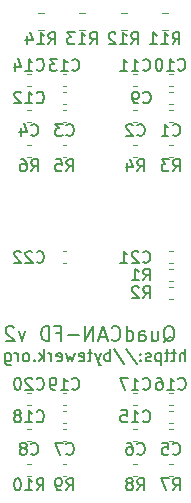
<source format=gbo>
G04 #@! TF.GenerationSoftware,KiCad,Pcbnew,5.0.0-fee4fd1~66~ubuntu18.04.1*
G04 #@! TF.CreationDate,2018-09-10T21:16:37+02:00*
G04 #@! TF.ProjectId,QuadCAN-FD,5175616443414E2D46442E6B69636164,rev?*
G04 #@! TF.SameCoordinates,Original*
G04 #@! TF.FileFunction,Legend,Bot*
G04 #@! TF.FilePolarity,Positive*
%FSLAX46Y46*%
G04 Gerber Fmt 4.6, Leading zero omitted, Abs format (unit mm)*
G04 Created by KiCad (PCBNEW 5.0.0-fee4fd1~66~ubuntu18.04.1) date Mon Sep 10 21:16:37 2018*
%MOMM*%
%LPD*%
G01*
G04 APERTURE LIST*
%ADD10C,0.150000*%
%ADD11C,0.200000*%
%ADD12C,0.120000*%
G04 APERTURE END LIST*
D10*
X97558571Y-59753380D02*
X97558571Y-58753380D01*
X97130000Y-59753380D02*
X97130000Y-59229571D01*
X97177619Y-59134333D01*
X97272857Y-59086714D01*
X97415714Y-59086714D01*
X97510952Y-59134333D01*
X97558571Y-59181952D01*
X96796666Y-59086714D02*
X96415714Y-59086714D01*
X96653809Y-58753380D02*
X96653809Y-59610523D01*
X96606190Y-59705761D01*
X96510952Y-59753380D01*
X96415714Y-59753380D01*
X96225238Y-59086714D02*
X95844285Y-59086714D01*
X96082380Y-58753380D02*
X96082380Y-59610523D01*
X96034761Y-59705761D01*
X95939523Y-59753380D01*
X95844285Y-59753380D01*
X95510952Y-59086714D02*
X95510952Y-60086714D01*
X95510952Y-59134333D02*
X95415714Y-59086714D01*
X95225238Y-59086714D01*
X95130000Y-59134333D01*
X95082380Y-59181952D01*
X95034761Y-59277190D01*
X95034761Y-59562904D01*
X95082380Y-59658142D01*
X95130000Y-59705761D01*
X95225238Y-59753380D01*
X95415714Y-59753380D01*
X95510952Y-59705761D01*
X94653809Y-59705761D02*
X94558571Y-59753380D01*
X94368095Y-59753380D01*
X94272857Y-59705761D01*
X94225238Y-59610523D01*
X94225238Y-59562904D01*
X94272857Y-59467666D01*
X94368095Y-59420047D01*
X94510952Y-59420047D01*
X94606190Y-59372428D01*
X94653809Y-59277190D01*
X94653809Y-59229571D01*
X94606190Y-59134333D01*
X94510952Y-59086714D01*
X94368095Y-59086714D01*
X94272857Y-59134333D01*
X93796666Y-59658142D02*
X93749047Y-59705761D01*
X93796666Y-59753380D01*
X93844285Y-59705761D01*
X93796666Y-59658142D01*
X93796666Y-59753380D01*
X93796666Y-59134333D02*
X93749047Y-59181952D01*
X93796666Y-59229571D01*
X93844285Y-59181952D01*
X93796666Y-59134333D01*
X93796666Y-59229571D01*
X92606190Y-58705761D02*
X93463333Y-59991476D01*
X91558571Y-58705761D02*
X92415714Y-59991476D01*
X91225238Y-59753380D02*
X91225238Y-58753380D01*
X91225238Y-59134333D02*
X91130000Y-59086714D01*
X90939523Y-59086714D01*
X90844285Y-59134333D01*
X90796666Y-59181952D01*
X90749047Y-59277190D01*
X90749047Y-59562904D01*
X90796666Y-59658142D01*
X90844285Y-59705761D01*
X90939523Y-59753380D01*
X91130000Y-59753380D01*
X91225238Y-59705761D01*
X90415714Y-59086714D02*
X90177619Y-59753380D01*
X89939523Y-59086714D02*
X90177619Y-59753380D01*
X90272857Y-59991476D01*
X90320476Y-60039095D01*
X90415714Y-60086714D01*
X89701428Y-59086714D02*
X89320476Y-59086714D01*
X89558571Y-58753380D02*
X89558571Y-59610523D01*
X89510952Y-59705761D01*
X89415714Y-59753380D01*
X89320476Y-59753380D01*
X88606190Y-59705761D02*
X88701428Y-59753380D01*
X88891904Y-59753380D01*
X88987142Y-59705761D01*
X89034761Y-59610523D01*
X89034761Y-59229571D01*
X88987142Y-59134333D01*
X88891904Y-59086714D01*
X88701428Y-59086714D01*
X88606190Y-59134333D01*
X88558571Y-59229571D01*
X88558571Y-59324809D01*
X89034761Y-59420047D01*
X88225238Y-59086714D02*
X88034761Y-59753380D01*
X87844285Y-59277190D01*
X87653809Y-59753380D01*
X87463333Y-59086714D01*
X86701428Y-59705761D02*
X86796666Y-59753380D01*
X86987142Y-59753380D01*
X87082380Y-59705761D01*
X87130000Y-59610523D01*
X87130000Y-59229571D01*
X87082380Y-59134333D01*
X86987142Y-59086714D01*
X86796666Y-59086714D01*
X86701428Y-59134333D01*
X86653809Y-59229571D01*
X86653809Y-59324809D01*
X87130000Y-59420047D01*
X86225238Y-59753380D02*
X86225238Y-59086714D01*
X86225238Y-59277190D02*
X86177619Y-59181952D01*
X86130000Y-59134333D01*
X86034761Y-59086714D01*
X85939523Y-59086714D01*
X85606190Y-59753380D02*
X85606190Y-58753380D01*
X85510952Y-59372428D02*
X85225238Y-59753380D01*
X85225238Y-59086714D02*
X85606190Y-59467666D01*
X84796666Y-59658142D02*
X84749047Y-59705761D01*
X84796666Y-59753380D01*
X84844285Y-59705761D01*
X84796666Y-59658142D01*
X84796666Y-59753380D01*
X84177619Y-59753380D02*
X84272857Y-59705761D01*
X84320476Y-59658142D01*
X84368095Y-59562904D01*
X84368095Y-59277190D01*
X84320476Y-59181952D01*
X84272857Y-59134333D01*
X84177619Y-59086714D01*
X84034761Y-59086714D01*
X83939523Y-59134333D01*
X83891904Y-59181952D01*
X83844285Y-59277190D01*
X83844285Y-59562904D01*
X83891904Y-59658142D01*
X83939523Y-59705761D01*
X84034761Y-59753380D01*
X84177619Y-59753380D01*
X83415714Y-59753380D02*
X83415714Y-59086714D01*
X83415714Y-59277190D02*
X83368095Y-59181952D01*
X83320476Y-59134333D01*
X83225238Y-59086714D01*
X83130000Y-59086714D01*
X82368095Y-59086714D02*
X82368095Y-59896238D01*
X82415714Y-59991476D01*
X82463333Y-60039095D01*
X82558571Y-60086714D01*
X82701428Y-60086714D01*
X82796666Y-60039095D01*
X82368095Y-59705761D02*
X82463333Y-59753380D01*
X82653809Y-59753380D01*
X82749047Y-59705761D01*
X82796666Y-59658142D01*
X82844285Y-59562904D01*
X82844285Y-59277190D01*
X82796666Y-59181952D01*
X82749047Y-59134333D01*
X82653809Y-59086714D01*
X82463333Y-59086714D01*
X82368095Y-59134333D01*
D11*
X95762500Y-58122142D02*
X95876785Y-58065000D01*
X95991071Y-57950714D01*
X96162500Y-57779285D01*
X96276785Y-57722142D01*
X96391071Y-57722142D01*
X96333928Y-58007857D02*
X96448214Y-57950714D01*
X96562500Y-57836428D01*
X96619642Y-57607857D01*
X96619642Y-57207857D01*
X96562500Y-56979285D01*
X96448214Y-56865000D01*
X96333928Y-56807857D01*
X96105357Y-56807857D01*
X95991071Y-56865000D01*
X95876785Y-56979285D01*
X95819642Y-57207857D01*
X95819642Y-57607857D01*
X95876785Y-57836428D01*
X95991071Y-57950714D01*
X96105357Y-58007857D01*
X96333928Y-58007857D01*
X94791071Y-57207857D02*
X94791071Y-58007857D01*
X95305357Y-57207857D02*
X95305357Y-57836428D01*
X95248214Y-57950714D01*
X95133928Y-58007857D01*
X94962500Y-58007857D01*
X94848214Y-57950714D01*
X94791071Y-57893571D01*
X93705357Y-58007857D02*
X93705357Y-57379285D01*
X93762500Y-57265000D01*
X93876785Y-57207857D01*
X94105357Y-57207857D01*
X94219642Y-57265000D01*
X93705357Y-57950714D02*
X93819642Y-58007857D01*
X94105357Y-58007857D01*
X94219642Y-57950714D01*
X94276785Y-57836428D01*
X94276785Y-57722142D01*
X94219642Y-57607857D01*
X94105357Y-57550714D01*
X93819642Y-57550714D01*
X93705357Y-57493571D01*
X92619642Y-58007857D02*
X92619642Y-56807857D01*
X92619642Y-57950714D02*
X92733928Y-58007857D01*
X92962500Y-58007857D01*
X93076785Y-57950714D01*
X93133928Y-57893571D01*
X93191071Y-57779285D01*
X93191071Y-57436428D01*
X93133928Y-57322142D01*
X93076785Y-57265000D01*
X92962500Y-57207857D01*
X92733928Y-57207857D01*
X92619642Y-57265000D01*
X91362500Y-57893571D02*
X91419642Y-57950714D01*
X91591071Y-58007857D01*
X91705357Y-58007857D01*
X91876785Y-57950714D01*
X91991071Y-57836428D01*
X92048214Y-57722142D01*
X92105357Y-57493571D01*
X92105357Y-57322142D01*
X92048214Y-57093571D01*
X91991071Y-56979285D01*
X91876785Y-56865000D01*
X91705357Y-56807857D01*
X91591071Y-56807857D01*
X91419642Y-56865000D01*
X91362500Y-56922142D01*
X90905357Y-57665000D02*
X90333928Y-57665000D01*
X91019642Y-58007857D02*
X90619642Y-56807857D01*
X90219642Y-58007857D01*
X89819642Y-58007857D02*
X89819642Y-56807857D01*
X89133928Y-58007857D01*
X89133928Y-56807857D01*
X88562500Y-57550714D02*
X87648214Y-57550714D01*
X86676785Y-57379285D02*
X87076785Y-57379285D01*
X87076785Y-58007857D02*
X87076785Y-56807857D01*
X86505357Y-56807857D01*
X86048214Y-58007857D02*
X86048214Y-56807857D01*
X85762500Y-56807857D01*
X85591071Y-56865000D01*
X85476785Y-56979285D01*
X85419642Y-57093571D01*
X85362500Y-57322142D01*
X85362500Y-57493571D01*
X85419642Y-57722142D01*
X85476785Y-57836428D01*
X85591071Y-57950714D01*
X85762500Y-58007857D01*
X86048214Y-58007857D01*
X84048214Y-57207857D02*
X83762500Y-58007857D01*
X83476785Y-57207857D01*
X83076785Y-56922142D02*
X83019642Y-56865000D01*
X82905357Y-56807857D01*
X82619642Y-56807857D01*
X82505357Y-56865000D01*
X82448214Y-56922142D01*
X82391071Y-57036428D01*
X82391071Y-57150714D01*
X82448214Y-57322142D01*
X83133928Y-58007857D01*
X82391071Y-58007857D01*
D12*
G04 #@! TO.C,C22*
X87530279Y-50455000D02*
X87204721Y-50455000D01*
X87530279Y-51475000D02*
X87204721Y-51475000D01*
G04 #@! TO.C,R12*
X92108922Y-30255000D02*
X92626078Y-30255000D01*
X92108922Y-31675000D02*
X92626078Y-31675000D01*
G04 #@! TO.C,R13*
X89126078Y-30255000D02*
X88608922Y-30255000D01*
X89126078Y-31675000D02*
X88608922Y-31675000D01*
G04 #@! TO.C,R11*
X95608922Y-30255000D02*
X96126078Y-30255000D01*
X95608922Y-31675000D02*
X96126078Y-31675000D01*
G04 #@! TO.C,R14*
X85626078Y-30255000D02*
X85108922Y-30255000D01*
X85626078Y-31675000D02*
X85108922Y-31675000D01*
G04 #@! TO.C,R5*
X87204721Y-41455000D02*
X87530279Y-41455000D01*
X87204721Y-42475000D02*
X87530279Y-42475000D01*
G04 #@! TO.C,R6*
X84530279Y-41455000D02*
X84204721Y-41455000D01*
X84530279Y-42475000D02*
X84204721Y-42475000D01*
G04 #@! TO.C,R7*
X96204721Y-68455000D02*
X96530279Y-68455000D01*
X96204721Y-69475000D02*
X96530279Y-69475000D01*
G04 #@! TO.C,R8*
X93530279Y-68455000D02*
X93204721Y-68455000D01*
X93530279Y-69475000D02*
X93204721Y-69475000D01*
G04 #@! TO.C,R9*
X87204721Y-68455000D02*
X87530279Y-68455000D01*
X87204721Y-69475000D02*
X87530279Y-69475000D01*
G04 #@! TO.C,R10*
X84530279Y-68455000D02*
X84204721Y-68455000D01*
X84530279Y-69475000D02*
X84204721Y-69475000D01*
G04 #@! TO.C,R4*
X93530279Y-41455000D02*
X93204721Y-41455000D01*
X93530279Y-42475000D02*
X93204721Y-42475000D01*
G04 #@! TO.C,R3*
X96204721Y-41455000D02*
X96530279Y-41455000D01*
X96204721Y-42475000D02*
X96530279Y-42475000D01*
G04 #@! TO.C,R2*
X96204721Y-54475000D02*
X96530279Y-54475000D01*
X96204721Y-53455000D02*
X96530279Y-53455000D01*
G04 #@! TO.C,R1*
X96204721Y-51955000D02*
X96530279Y-51955000D01*
X96204721Y-52975000D02*
X96530279Y-52975000D01*
G04 #@! TO.C,C1*
X96530279Y-39475000D02*
X96204721Y-39475000D01*
X96530279Y-38455000D02*
X96204721Y-38455000D01*
G04 #@! TO.C,C2*
X93204721Y-38455000D02*
X93530279Y-38455000D01*
X93204721Y-39475000D02*
X93530279Y-39475000D01*
G04 #@! TO.C,C3*
X87530279Y-39475000D02*
X87204721Y-39475000D01*
X87530279Y-38455000D02*
X87204721Y-38455000D01*
G04 #@! TO.C,C4*
X84204721Y-39475000D02*
X84530279Y-39475000D01*
X84204721Y-38455000D02*
X84530279Y-38455000D01*
G04 #@! TO.C,C5*
X96530279Y-66475000D02*
X96204721Y-66475000D01*
X96530279Y-65455000D02*
X96204721Y-65455000D01*
G04 #@! TO.C,C6*
X93204721Y-65455000D02*
X93530279Y-65455000D01*
X93204721Y-66475000D02*
X93530279Y-66475000D01*
G04 #@! TO.C,C7*
X87530279Y-65455000D02*
X87204721Y-65455000D01*
X87530279Y-66475000D02*
X87204721Y-66475000D01*
G04 #@! TO.C,C8*
X84204721Y-66475000D02*
X84530279Y-66475000D01*
X84204721Y-65455000D02*
X84530279Y-65455000D01*
G04 #@! TO.C,C9*
X96530279Y-36955000D02*
X96204721Y-36955000D01*
X96530279Y-37975000D02*
X96204721Y-37975000D01*
G04 #@! TO.C,C10*
X96530279Y-36475000D02*
X96204721Y-36475000D01*
X96530279Y-35455000D02*
X96204721Y-35455000D01*
G04 #@! TO.C,C11*
X93204721Y-36475000D02*
X93530279Y-36475000D01*
X93204721Y-35455000D02*
X93530279Y-35455000D01*
G04 #@! TO.C,C12*
X87530279Y-36955000D02*
X87204721Y-36955000D01*
X87530279Y-37975000D02*
X87204721Y-37975000D01*
G04 #@! TO.C,C13*
X87530279Y-35455000D02*
X87204721Y-35455000D01*
X87530279Y-36475000D02*
X87204721Y-36475000D01*
G04 #@! TO.C,C14*
X84204721Y-35455000D02*
X84530279Y-35455000D01*
X84204721Y-36475000D02*
X84530279Y-36475000D01*
G04 #@! TO.C,C15*
X96530279Y-64975000D02*
X96204721Y-64975000D01*
X96530279Y-63955000D02*
X96204721Y-63955000D01*
G04 #@! TO.C,C16*
X96530279Y-63475000D02*
X96204721Y-63475000D01*
X96530279Y-62455000D02*
X96204721Y-62455000D01*
G04 #@! TO.C,C17*
X93204721Y-62455000D02*
X93530279Y-62455000D01*
X93204721Y-63475000D02*
X93530279Y-63475000D01*
G04 #@! TO.C,C18*
X87530279Y-63955000D02*
X87204721Y-63955000D01*
X87530279Y-64975000D02*
X87204721Y-64975000D01*
G04 #@! TO.C,C19*
X87530279Y-62455000D02*
X87204721Y-62455000D01*
X87530279Y-63475000D02*
X87204721Y-63475000D01*
G04 #@! TO.C,C20*
X84204721Y-63475000D02*
X84530279Y-63475000D01*
X84204721Y-62455000D02*
X84530279Y-62455000D01*
G04 #@! TO.C,C21*
X96530279Y-50455000D02*
X96204721Y-50455000D01*
X96530279Y-51475000D02*
X96204721Y-51475000D01*
G04 #@! TO.C,C22*
D10*
X85010357Y-51322142D02*
X85057976Y-51369761D01*
X85200833Y-51417380D01*
X85296071Y-51417380D01*
X85438928Y-51369761D01*
X85534166Y-51274523D01*
X85581785Y-51179285D01*
X85629404Y-50988809D01*
X85629404Y-50845952D01*
X85581785Y-50655476D01*
X85534166Y-50560238D01*
X85438928Y-50465000D01*
X85296071Y-50417380D01*
X85200833Y-50417380D01*
X85057976Y-50465000D01*
X85010357Y-50512619D01*
X84629404Y-50512619D02*
X84581785Y-50465000D01*
X84486547Y-50417380D01*
X84248452Y-50417380D01*
X84153214Y-50465000D01*
X84105595Y-50512619D01*
X84057976Y-50607857D01*
X84057976Y-50703095D01*
X84105595Y-50845952D01*
X84677023Y-51417380D01*
X84057976Y-51417380D01*
X83677023Y-50512619D02*
X83629404Y-50465000D01*
X83534166Y-50417380D01*
X83296071Y-50417380D01*
X83200833Y-50465000D01*
X83153214Y-50512619D01*
X83105595Y-50607857D01*
X83105595Y-50703095D01*
X83153214Y-50845952D01*
X83724642Y-51417380D01*
X83105595Y-51417380D01*
G04 #@! TO.C,R12*
X93010357Y-32917380D02*
X93343690Y-32441190D01*
X93581785Y-32917380D02*
X93581785Y-31917380D01*
X93200833Y-31917380D01*
X93105595Y-31965000D01*
X93057976Y-32012619D01*
X93010357Y-32107857D01*
X93010357Y-32250714D01*
X93057976Y-32345952D01*
X93105595Y-32393571D01*
X93200833Y-32441190D01*
X93581785Y-32441190D01*
X92057976Y-32917380D02*
X92629404Y-32917380D01*
X92343690Y-32917380D02*
X92343690Y-31917380D01*
X92438928Y-32060238D01*
X92534166Y-32155476D01*
X92629404Y-32203095D01*
X91677023Y-32012619D02*
X91629404Y-31965000D01*
X91534166Y-31917380D01*
X91296071Y-31917380D01*
X91200833Y-31965000D01*
X91153214Y-32012619D01*
X91105595Y-32107857D01*
X91105595Y-32203095D01*
X91153214Y-32345952D01*
X91724642Y-32917380D01*
X91105595Y-32917380D01*
G04 #@! TO.C,R13*
X89510357Y-32917380D02*
X89843690Y-32441190D01*
X90081785Y-32917380D02*
X90081785Y-31917380D01*
X89700833Y-31917380D01*
X89605595Y-31965000D01*
X89557976Y-32012619D01*
X89510357Y-32107857D01*
X89510357Y-32250714D01*
X89557976Y-32345952D01*
X89605595Y-32393571D01*
X89700833Y-32441190D01*
X90081785Y-32441190D01*
X88557976Y-32917380D02*
X89129404Y-32917380D01*
X88843690Y-32917380D02*
X88843690Y-31917380D01*
X88938928Y-32060238D01*
X89034166Y-32155476D01*
X89129404Y-32203095D01*
X88224642Y-31917380D02*
X87605595Y-31917380D01*
X87938928Y-32298333D01*
X87796071Y-32298333D01*
X87700833Y-32345952D01*
X87653214Y-32393571D01*
X87605595Y-32488809D01*
X87605595Y-32726904D01*
X87653214Y-32822142D01*
X87700833Y-32869761D01*
X87796071Y-32917380D01*
X88081785Y-32917380D01*
X88177023Y-32869761D01*
X88224642Y-32822142D01*
G04 #@! TO.C,R11*
X96510357Y-32917380D02*
X96843690Y-32441190D01*
X97081785Y-32917380D02*
X97081785Y-31917380D01*
X96700833Y-31917380D01*
X96605595Y-31965000D01*
X96557976Y-32012619D01*
X96510357Y-32107857D01*
X96510357Y-32250714D01*
X96557976Y-32345952D01*
X96605595Y-32393571D01*
X96700833Y-32441190D01*
X97081785Y-32441190D01*
X95557976Y-32917380D02*
X96129404Y-32917380D01*
X95843690Y-32917380D02*
X95843690Y-31917380D01*
X95938928Y-32060238D01*
X96034166Y-32155476D01*
X96129404Y-32203095D01*
X94605595Y-32917380D02*
X95177023Y-32917380D01*
X94891309Y-32917380D02*
X94891309Y-31917380D01*
X94986547Y-32060238D01*
X95081785Y-32155476D01*
X95177023Y-32203095D01*
G04 #@! TO.C,R14*
X86010357Y-32917380D02*
X86343690Y-32441190D01*
X86581785Y-32917380D02*
X86581785Y-31917380D01*
X86200833Y-31917380D01*
X86105595Y-31965000D01*
X86057976Y-32012619D01*
X86010357Y-32107857D01*
X86010357Y-32250714D01*
X86057976Y-32345952D01*
X86105595Y-32393571D01*
X86200833Y-32441190D01*
X86581785Y-32441190D01*
X85057976Y-32917380D02*
X85629404Y-32917380D01*
X85343690Y-32917380D02*
X85343690Y-31917380D01*
X85438928Y-32060238D01*
X85534166Y-32155476D01*
X85629404Y-32203095D01*
X84200833Y-32250714D02*
X84200833Y-32917380D01*
X84438928Y-31869761D02*
X84677023Y-32584047D01*
X84057976Y-32584047D01*
G04 #@! TO.C,R5*
X87534166Y-43667380D02*
X87867500Y-43191190D01*
X88105595Y-43667380D02*
X88105595Y-42667380D01*
X87724642Y-42667380D01*
X87629404Y-42715000D01*
X87581785Y-42762619D01*
X87534166Y-42857857D01*
X87534166Y-43000714D01*
X87581785Y-43095952D01*
X87629404Y-43143571D01*
X87724642Y-43191190D01*
X88105595Y-43191190D01*
X86629404Y-42667380D02*
X87105595Y-42667380D01*
X87153214Y-43143571D01*
X87105595Y-43095952D01*
X87010357Y-43048333D01*
X86772261Y-43048333D01*
X86677023Y-43095952D01*
X86629404Y-43143571D01*
X86581785Y-43238809D01*
X86581785Y-43476904D01*
X86629404Y-43572142D01*
X86677023Y-43619761D01*
X86772261Y-43667380D01*
X87010357Y-43667380D01*
X87105595Y-43619761D01*
X87153214Y-43572142D01*
G04 #@! TO.C,R6*
X84534166Y-43667380D02*
X84867500Y-43191190D01*
X85105595Y-43667380D02*
X85105595Y-42667380D01*
X84724642Y-42667380D01*
X84629404Y-42715000D01*
X84581785Y-42762619D01*
X84534166Y-42857857D01*
X84534166Y-43000714D01*
X84581785Y-43095952D01*
X84629404Y-43143571D01*
X84724642Y-43191190D01*
X85105595Y-43191190D01*
X83677023Y-42667380D02*
X83867500Y-42667380D01*
X83962738Y-42715000D01*
X84010357Y-42762619D01*
X84105595Y-42905476D01*
X84153214Y-43095952D01*
X84153214Y-43476904D01*
X84105595Y-43572142D01*
X84057976Y-43619761D01*
X83962738Y-43667380D01*
X83772261Y-43667380D01*
X83677023Y-43619761D01*
X83629404Y-43572142D01*
X83581785Y-43476904D01*
X83581785Y-43238809D01*
X83629404Y-43143571D01*
X83677023Y-43095952D01*
X83772261Y-43048333D01*
X83962738Y-43048333D01*
X84057976Y-43095952D01*
X84105595Y-43143571D01*
X84153214Y-43238809D01*
G04 #@! TO.C,R7*
X96534166Y-70667380D02*
X96867500Y-70191190D01*
X97105595Y-70667380D02*
X97105595Y-69667380D01*
X96724642Y-69667380D01*
X96629404Y-69715000D01*
X96581785Y-69762619D01*
X96534166Y-69857857D01*
X96534166Y-70000714D01*
X96581785Y-70095952D01*
X96629404Y-70143571D01*
X96724642Y-70191190D01*
X97105595Y-70191190D01*
X96200833Y-69667380D02*
X95534166Y-69667380D01*
X95962738Y-70667380D01*
G04 #@! TO.C,R8*
X93534166Y-70667380D02*
X93867500Y-70191190D01*
X94105595Y-70667380D02*
X94105595Y-69667380D01*
X93724642Y-69667380D01*
X93629404Y-69715000D01*
X93581785Y-69762619D01*
X93534166Y-69857857D01*
X93534166Y-70000714D01*
X93581785Y-70095952D01*
X93629404Y-70143571D01*
X93724642Y-70191190D01*
X94105595Y-70191190D01*
X92962738Y-70095952D02*
X93057976Y-70048333D01*
X93105595Y-70000714D01*
X93153214Y-69905476D01*
X93153214Y-69857857D01*
X93105595Y-69762619D01*
X93057976Y-69715000D01*
X92962738Y-69667380D01*
X92772261Y-69667380D01*
X92677023Y-69715000D01*
X92629404Y-69762619D01*
X92581785Y-69857857D01*
X92581785Y-69905476D01*
X92629404Y-70000714D01*
X92677023Y-70048333D01*
X92772261Y-70095952D01*
X92962738Y-70095952D01*
X93057976Y-70143571D01*
X93105595Y-70191190D01*
X93153214Y-70286428D01*
X93153214Y-70476904D01*
X93105595Y-70572142D01*
X93057976Y-70619761D01*
X92962738Y-70667380D01*
X92772261Y-70667380D01*
X92677023Y-70619761D01*
X92629404Y-70572142D01*
X92581785Y-70476904D01*
X92581785Y-70286428D01*
X92629404Y-70191190D01*
X92677023Y-70143571D01*
X92772261Y-70095952D01*
G04 #@! TO.C,R9*
X87534166Y-70667380D02*
X87867500Y-70191190D01*
X88105595Y-70667380D02*
X88105595Y-69667380D01*
X87724642Y-69667380D01*
X87629404Y-69715000D01*
X87581785Y-69762619D01*
X87534166Y-69857857D01*
X87534166Y-70000714D01*
X87581785Y-70095952D01*
X87629404Y-70143571D01*
X87724642Y-70191190D01*
X88105595Y-70191190D01*
X87057976Y-70667380D02*
X86867500Y-70667380D01*
X86772261Y-70619761D01*
X86724642Y-70572142D01*
X86629404Y-70429285D01*
X86581785Y-70238809D01*
X86581785Y-69857857D01*
X86629404Y-69762619D01*
X86677023Y-69715000D01*
X86772261Y-69667380D01*
X86962738Y-69667380D01*
X87057976Y-69715000D01*
X87105595Y-69762619D01*
X87153214Y-69857857D01*
X87153214Y-70095952D01*
X87105595Y-70191190D01*
X87057976Y-70238809D01*
X86962738Y-70286428D01*
X86772261Y-70286428D01*
X86677023Y-70238809D01*
X86629404Y-70191190D01*
X86581785Y-70095952D01*
G04 #@! TO.C,R10*
X85010357Y-70667380D02*
X85343690Y-70191190D01*
X85581785Y-70667380D02*
X85581785Y-69667380D01*
X85200833Y-69667380D01*
X85105595Y-69715000D01*
X85057976Y-69762619D01*
X85010357Y-69857857D01*
X85010357Y-70000714D01*
X85057976Y-70095952D01*
X85105595Y-70143571D01*
X85200833Y-70191190D01*
X85581785Y-70191190D01*
X84057976Y-70667380D02*
X84629404Y-70667380D01*
X84343690Y-70667380D02*
X84343690Y-69667380D01*
X84438928Y-69810238D01*
X84534166Y-69905476D01*
X84629404Y-69953095D01*
X83438928Y-69667380D02*
X83343690Y-69667380D01*
X83248452Y-69715000D01*
X83200833Y-69762619D01*
X83153214Y-69857857D01*
X83105595Y-70048333D01*
X83105595Y-70286428D01*
X83153214Y-70476904D01*
X83200833Y-70572142D01*
X83248452Y-70619761D01*
X83343690Y-70667380D01*
X83438928Y-70667380D01*
X83534166Y-70619761D01*
X83581785Y-70572142D01*
X83629404Y-70476904D01*
X83677023Y-70286428D01*
X83677023Y-70048333D01*
X83629404Y-69857857D01*
X83581785Y-69762619D01*
X83534166Y-69715000D01*
X83438928Y-69667380D01*
G04 #@! TO.C,R4*
X93534166Y-43667380D02*
X93867500Y-43191190D01*
X94105595Y-43667380D02*
X94105595Y-42667380D01*
X93724642Y-42667380D01*
X93629404Y-42715000D01*
X93581785Y-42762619D01*
X93534166Y-42857857D01*
X93534166Y-43000714D01*
X93581785Y-43095952D01*
X93629404Y-43143571D01*
X93724642Y-43191190D01*
X94105595Y-43191190D01*
X92677023Y-43000714D02*
X92677023Y-43667380D01*
X92915119Y-42619761D02*
X93153214Y-43334047D01*
X92534166Y-43334047D01*
G04 #@! TO.C,R3*
X96534166Y-43667380D02*
X96867500Y-43191190D01*
X97105595Y-43667380D02*
X97105595Y-42667380D01*
X96724642Y-42667380D01*
X96629404Y-42715000D01*
X96581785Y-42762619D01*
X96534166Y-42857857D01*
X96534166Y-43000714D01*
X96581785Y-43095952D01*
X96629404Y-43143571D01*
X96724642Y-43191190D01*
X97105595Y-43191190D01*
X96200833Y-42667380D02*
X95581785Y-42667380D01*
X95915119Y-43048333D01*
X95772261Y-43048333D01*
X95677023Y-43095952D01*
X95629404Y-43143571D01*
X95581785Y-43238809D01*
X95581785Y-43476904D01*
X95629404Y-43572142D01*
X95677023Y-43619761D01*
X95772261Y-43667380D01*
X96057976Y-43667380D01*
X96153214Y-43619761D01*
X96200833Y-43572142D01*
G04 #@! TO.C,R2*
X94019666Y-54417380D02*
X94353000Y-53941190D01*
X94591095Y-54417380D02*
X94591095Y-53417380D01*
X94210142Y-53417380D01*
X94114904Y-53465000D01*
X94067285Y-53512619D01*
X94019666Y-53607857D01*
X94019666Y-53750714D01*
X94067285Y-53845952D01*
X94114904Y-53893571D01*
X94210142Y-53941190D01*
X94591095Y-53941190D01*
X93638714Y-53512619D02*
X93591095Y-53465000D01*
X93495857Y-53417380D01*
X93257761Y-53417380D01*
X93162523Y-53465000D01*
X93114904Y-53512619D01*
X93067285Y-53607857D01*
X93067285Y-53703095D01*
X93114904Y-53845952D01*
X93686333Y-54417380D01*
X93067285Y-54417380D01*
G04 #@! TO.C,R1*
X94034166Y-52917380D02*
X94367500Y-52441190D01*
X94605595Y-52917380D02*
X94605595Y-51917380D01*
X94224642Y-51917380D01*
X94129404Y-51965000D01*
X94081785Y-52012619D01*
X94034166Y-52107857D01*
X94034166Y-52250714D01*
X94081785Y-52345952D01*
X94129404Y-52393571D01*
X94224642Y-52441190D01*
X94605595Y-52441190D01*
X93081785Y-52917380D02*
X93653214Y-52917380D01*
X93367500Y-52917380D02*
X93367500Y-51917380D01*
X93462738Y-52060238D01*
X93557976Y-52155476D01*
X93653214Y-52203095D01*
G04 #@! TO.C,C1*
X96534166Y-40572142D02*
X96581785Y-40619761D01*
X96724642Y-40667380D01*
X96819880Y-40667380D01*
X96962738Y-40619761D01*
X97057976Y-40524523D01*
X97105595Y-40429285D01*
X97153214Y-40238809D01*
X97153214Y-40095952D01*
X97105595Y-39905476D01*
X97057976Y-39810238D01*
X96962738Y-39715000D01*
X96819880Y-39667380D01*
X96724642Y-39667380D01*
X96581785Y-39715000D01*
X96534166Y-39762619D01*
X95581785Y-40667380D02*
X96153214Y-40667380D01*
X95867500Y-40667380D02*
X95867500Y-39667380D01*
X95962738Y-39810238D01*
X96057976Y-39905476D01*
X96153214Y-39953095D01*
G04 #@! TO.C,C2*
X93534166Y-40572142D02*
X93581785Y-40619761D01*
X93724642Y-40667380D01*
X93819880Y-40667380D01*
X93962738Y-40619761D01*
X94057976Y-40524523D01*
X94105595Y-40429285D01*
X94153214Y-40238809D01*
X94153214Y-40095952D01*
X94105595Y-39905476D01*
X94057976Y-39810238D01*
X93962738Y-39715000D01*
X93819880Y-39667380D01*
X93724642Y-39667380D01*
X93581785Y-39715000D01*
X93534166Y-39762619D01*
X93153214Y-39762619D02*
X93105595Y-39715000D01*
X93010357Y-39667380D01*
X92772261Y-39667380D01*
X92677023Y-39715000D01*
X92629404Y-39762619D01*
X92581785Y-39857857D01*
X92581785Y-39953095D01*
X92629404Y-40095952D01*
X93200833Y-40667380D01*
X92581785Y-40667380D01*
G04 #@! TO.C,C3*
X87534166Y-40572142D02*
X87581785Y-40619761D01*
X87724642Y-40667380D01*
X87819880Y-40667380D01*
X87962738Y-40619761D01*
X88057976Y-40524523D01*
X88105595Y-40429285D01*
X88153214Y-40238809D01*
X88153214Y-40095952D01*
X88105595Y-39905476D01*
X88057976Y-39810238D01*
X87962738Y-39715000D01*
X87819880Y-39667380D01*
X87724642Y-39667380D01*
X87581785Y-39715000D01*
X87534166Y-39762619D01*
X87200833Y-39667380D02*
X86581785Y-39667380D01*
X86915119Y-40048333D01*
X86772261Y-40048333D01*
X86677023Y-40095952D01*
X86629404Y-40143571D01*
X86581785Y-40238809D01*
X86581785Y-40476904D01*
X86629404Y-40572142D01*
X86677023Y-40619761D01*
X86772261Y-40667380D01*
X87057976Y-40667380D01*
X87153214Y-40619761D01*
X87200833Y-40572142D01*
G04 #@! TO.C,C4*
X84534166Y-40572142D02*
X84581785Y-40619761D01*
X84724642Y-40667380D01*
X84819880Y-40667380D01*
X84962738Y-40619761D01*
X85057976Y-40524523D01*
X85105595Y-40429285D01*
X85153214Y-40238809D01*
X85153214Y-40095952D01*
X85105595Y-39905476D01*
X85057976Y-39810238D01*
X84962738Y-39715000D01*
X84819880Y-39667380D01*
X84724642Y-39667380D01*
X84581785Y-39715000D01*
X84534166Y-39762619D01*
X83677023Y-40000714D02*
X83677023Y-40667380D01*
X83915119Y-39619761D02*
X84153214Y-40334047D01*
X83534166Y-40334047D01*
G04 #@! TO.C,C5*
X96534166Y-67572142D02*
X96581785Y-67619761D01*
X96724642Y-67667380D01*
X96819880Y-67667380D01*
X96962738Y-67619761D01*
X97057976Y-67524523D01*
X97105595Y-67429285D01*
X97153214Y-67238809D01*
X97153214Y-67095952D01*
X97105595Y-66905476D01*
X97057976Y-66810238D01*
X96962738Y-66715000D01*
X96819880Y-66667380D01*
X96724642Y-66667380D01*
X96581785Y-66715000D01*
X96534166Y-66762619D01*
X95629404Y-66667380D02*
X96105595Y-66667380D01*
X96153214Y-67143571D01*
X96105595Y-67095952D01*
X96010357Y-67048333D01*
X95772261Y-67048333D01*
X95677023Y-67095952D01*
X95629404Y-67143571D01*
X95581785Y-67238809D01*
X95581785Y-67476904D01*
X95629404Y-67572142D01*
X95677023Y-67619761D01*
X95772261Y-67667380D01*
X96010357Y-67667380D01*
X96105595Y-67619761D01*
X96153214Y-67572142D01*
G04 #@! TO.C,C6*
X93534166Y-67572142D02*
X93581785Y-67619761D01*
X93724642Y-67667380D01*
X93819880Y-67667380D01*
X93962738Y-67619761D01*
X94057976Y-67524523D01*
X94105595Y-67429285D01*
X94153214Y-67238809D01*
X94153214Y-67095952D01*
X94105595Y-66905476D01*
X94057976Y-66810238D01*
X93962738Y-66715000D01*
X93819880Y-66667380D01*
X93724642Y-66667380D01*
X93581785Y-66715000D01*
X93534166Y-66762619D01*
X92677023Y-66667380D02*
X92867500Y-66667380D01*
X92962738Y-66715000D01*
X93010357Y-66762619D01*
X93105595Y-66905476D01*
X93153214Y-67095952D01*
X93153214Y-67476904D01*
X93105595Y-67572142D01*
X93057976Y-67619761D01*
X92962738Y-67667380D01*
X92772261Y-67667380D01*
X92677023Y-67619761D01*
X92629404Y-67572142D01*
X92581785Y-67476904D01*
X92581785Y-67238809D01*
X92629404Y-67143571D01*
X92677023Y-67095952D01*
X92772261Y-67048333D01*
X92962738Y-67048333D01*
X93057976Y-67095952D01*
X93105595Y-67143571D01*
X93153214Y-67238809D01*
G04 #@! TO.C,C7*
X87534166Y-67572142D02*
X87581785Y-67619761D01*
X87724642Y-67667380D01*
X87819880Y-67667380D01*
X87962738Y-67619761D01*
X88057976Y-67524523D01*
X88105595Y-67429285D01*
X88153214Y-67238809D01*
X88153214Y-67095952D01*
X88105595Y-66905476D01*
X88057976Y-66810238D01*
X87962738Y-66715000D01*
X87819880Y-66667380D01*
X87724642Y-66667380D01*
X87581785Y-66715000D01*
X87534166Y-66762619D01*
X87200833Y-66667380D02*
X86534166Y-66667380D01*
X86962738Y-67667380D01*
G04 #@! TO.C,C8*
X84534166Y-67572142D02*
X84581785Y-67619761D01*
X84724642Y-67667380D01*
X84819880Y-67667380D01*
X84962738Y-67619761D01*
X85057976Y-67524523D01*
X85105595Y-67429285D01*
X85153214Y-67238809D01*
X85153214Y-67095952D01*
X85105595Y-66905476D01*
X85057976Y-66810238D01*
X84962738Y-66715000D01*
X84819880Y-66667380D01*
X84724642Y-66667380D01*
X84581785Y-66715000D01*
X84534166Y-66762619D01*
X83962738Y-67095952D02*
X84057976Y-67048333D01*
X84105595Y-67000714D01*
X84153214Y-66905476D01*
X84153214Y-66857857D01*
X84105595Y-66762619D01*
X84057976Y-66715000D01*
X83962738Y-66667380D01*
X83772261Y-66667380D01*
X83677023Y-66715000D01*
X83629404Y-66762619D01*
X83581785Y-66857857D01*
X83581785Y-66905476D01*
X83629404Y-67000714D01*
X83677023Y-67048333D01*
X83772261Y-67095952D01*
X83962738Y-67095952D01*
X84057976Y-67143571D01*
X84105595Y-67191190D01*
X84153214Y-67286428D01*
X84153214Y-67476904D01*
X84105595Y-67572142D01*
X84057976Y-67619761D01*
X83962738Y-67667380D01*
X83772261Y-67667380D01*
X83677023Y-67619761D01*
X83629404Y-67572142D01*
X83581785Y-67476904D01*
X83581785Y-67286428D01*
X83629404Y-67191190D01*
X83677023Y-67143571D01*
X83772261Y-67095952D01*
G04 #@! TO.C,C9*
X94034166Y-37822142D02*
X94081785Y-37869761D01*
X94224642Y-37917380D01*
X94319880Y-37917380D01*
X94462738Y-37869761D01*
X94557976Y-37774523D01*
X94605595Y-37679285D01*
X94653214Y-37488809D01*
X94653214Y-37345952D01*
X94605595Y-37155476D01*
X94557976Y-37060238D01*
X94462738Y-36965000D01*
X94319880Y-36917380D01*
X94224642Y-36917380D01*
X94081785Y-36965000D01*
X94034166Y-37012619D01*
X93557976Y-37917380D02*
X93367500Y-37917380D01*
X93272261Y-37869761D01*
X93224642Y-37822142D01*
X93129404Y-37679285D01*
X93081785Y-37488809D01*
X93081785Y-37107857D01*
X93129404Y-37012619D01*
X93177023Y-36965000D01*
X93272261Y-36917380D01*
X93462738Y-36917380D01*
X93557976Y-36965000D01*
X93605595Y-37012619D01*
X93653214Y-37107857D01*
X93653214Y-37345952D01*
X93605595Y-37441190D01*
X93557976Y-37488809D01*
X93462738Y-37536428D01*
X93272261Y-37536428D01*
X93177023Y-37488809D01*
X93129404Y-37441190D01*
X93081785Y-37345952D01*
G04 #@! TO.C,C10*
X96984857Y-35052142D02*
X97032476Y-35099761D01*
X97175333Y-35147380D01*
X97270571Y-35147380D01*
X97413428Y-35099761D01*
X97508666Y-35004523D01*
X97556285Y-34909285D01*
X97603904Y-34718809D01*
X97603904Y-34575952D01*
X97556285Y-34385476D01*
X97508666Y-34290238D01*
X97413428Y-34195000D01*
X97270571Y-34147380D01*
X97175333Y-34147380D01*
X97032476Y-34195000D01*
X96984857Y-34242619D01*
X96032476Y-35147380D02*
X96603904Y-35147380D01*
X96318190Y-35147380D02*
X96318190Y-34147380D01*
X96413428Y-34290238D01*
X96508666Y-34385476D01*
X96603904Y-34433095D01*
X95413428Y-34147380D02*
X95318190Y-34147380D01*
X95222952Y-34195000D01*
X95175333Y-34242619D01*
X95127714Y-34337857D01*
X95080095Y-34528333D01*
X95080095Y-34766428D01*
X95127714Y-34956904D01*
X95175333Y-35052142D01*
X95222952Y-35099761D01*
X95318190Y-35147380D01*
X95413428Y-35147380D01*
X95508666Y-35099761D01*
X95556285Y-35052142D01*
X95603904Y-34956904D01*
X95651523Y-34766428D01*
X95651523Y-34528333D01*
X95603904Y-34337857D01*
X95556285Y-34242619D01*
X95508666Y-34195000D01*
X95413428Y-34147380D01*
G04 #@! TO.C,C11*
X94010357Y-35072142D02*
X94057976Y-35119761D01*
X94200833Y-35167380D01*
X94296071Y-35167380D01*
X94438928Y-35119761D01*
X94534166Y-35024523D01*
X94581785Y-34929285D01*
X94629404Y-34738809D01*
X94629404Y-34595952D01*
X94581785Y-34405476D01*
X94534166Y-34310238D01*
X94438928Y-34215000D01*
X94296071Y-34167380D01*
X94200833Y-34167380D01*
X94057976Y-34215000D01*
X94010357Y-34262619D01*
X93057976Y-35167380D02*
X93629404Y-35167380D01*
X93343690Y-35167380D02*
X93343690Y-34167380D01*
X93438928Y-34310238D01*
X93534166Y-34405476D01*
X93629404Y-34453095D01*
X92105595Y-35167380D02*
X92677023Y-35167380D01*
X92391309Y-35167380D02*
X92391309Y-34167380D01*
X92486547Y-34310238D01*
X92581785Y-34405476D01*
X92677023Y-34453095D01*
G04 #@! TO.C,C12*
X85010357Y-37822142D02*
X85057976Y-37869761D01*
X85200833Y-37917380D01*
X85296071Y-37917380D01*
X85438928Y-37869761D01*
X85534166Y-37774523D01*
X85581785Y-37679285D01*
X85629404Y-37488809D01*
X85629404Y-37345952D01*
X85581785Y-37155476D01*
X85534166Y-37060238D01*
X85438928Y-36965000D01*
X85296071Y-36917380D01*
X85200833Y-36917380D01*
X85057976Y-36965000D01*
X85010357Y-37012619D01*
X84057976Y-37917380D02*
X84629404Y-37917380D01*
X84343690Y-37917380D02*
X84343690Y-36917380D01*
X84438928Y-37060238D01*
X84534166Y-37155476D01*
X84629404Y-37203095D01*
X83677023Y-37012619D02*
X83629404Y-36965000D01*
X83534166Y-36917380D01*
X83296071Y-36917380D01*
X83200833Y-36965000D01*
X83153214Y-37012619D01*
X83105595Y-37107857D01*
X83105595Y-37203095D01*
X83153214Y-37345952D01*
X83724642Y-37917380D01*
X83105595Y-37917380D01*
G04 #@! TO.C,C13*
X88010357Y-35072142D02*
X88057976Y-35119761D01*
X88200833Y-35167380D01*
X88296071Y-35167380D01*
X88438928Y-35119761D01*
X88534166Y-35024523D01*
X88581785Y-34929285D01*
X88629404Y-34738809D01*
X88629404Y-34595952D01*
X88581785Y-34405476D01*
X88534166Y-34310238D01*
X88438928Y-34215000D01*
X88296071Y-34167380D01*
X88200833Y-34167380D01*
X88057976Y-34215000D01*
X88010357Y-34262619D01*
X87057976Y-35167380D02*
X87629404Y-35167380D01*
X87343690Y-35167380D02*
X87343690Y-34167380D01*
X87438928Y-34310238D01*
X87534166Y-34405476D01*
X87629404Y-34453095D01*
X86724642Y-34167380D02*
X86105595Y-34167380D01*
X86438928Y-34548333D01*
X86296071Y-34548333D01*
X86200833Y-34595952D01*
X86153214Y-34643571D01*
X86105595Y-34738809D01*
X86105595Y-34976904D01*
X86153214Y-35072142D01*
X86200833Y-35119761D01*
X86296071Y-35167380D01*
X86581785Y-35167380D01*
X86677023Y-35119761D01*
X86724642Y-35072142D01*
G04 #@! TO.C,C14*
X85010357Y-35052142D02*
X85057976Y-35099761D01*
X85200833Y-35147380D01*
X85296071Y-35147380D01*
X85438928Y-35099761D01*
X85534166Y-35004523D01*
X85581785Y-34909285D01*
X85629404Y-34718809D01*
X85629404Y-34575952D01*
X85581785Y-34385476D01*
X85534166Y-34290238D01*
X85438928Y-34195000D01*
X85296071Y-34147380D01*
X85200833Y-34147380D01*
X85057976Y-34195000D01*
X85010357Y-34242619D01*
X84057976Y-35147380D02*
X84629404Y-35147380D01*
X84343690Y-35147380D02*
X84343690Y-34147380D01*
X84438928Y-34290238D01*
X84534166Y-34385476D01*
X84629404Y-34433095D01*
X83200833Y-34480714D02*
X83200833Y-35147380D01*
X83438928Y-34099761D02*
X83677023Y-34814047D01*
X83057976Y-34814047D01*
G04 #@! TO.C,C15*
X94010357Y-64822142D02*
X94057976Y-64869761D01*
X94200833Y-64917380D01*
X94296071Y-64917380D01*
X94438928Y-64869761D01*
X94534166Y-64774523D01*
X94581785Y-64679285D01*
X94629404Y-64488809D01*
X94629404Y-64345952D01*
X94581785Y-64155476D01*
X94534166Y-64060238D01*
X94438928Y-63965000D01*
X94296071Y-63917380D01*
X94200833Y-63917380D01*
X94057976Y-63965000D01*
X94010357Y-64012619D01*
X93057976Y-64917380D02*
X93629404Y-64917380D01*
X93343690Y-64917380D02*
X93343690Y-63917380D01*
X93438928Y-64060238D01*
X93534166Y-64155476D01*
X93629404Y-64203095D01*
X92153214Y-63917380D02*
X92629404Y-63917380D01*
X92677023Y-64393571D01*
X92629404Y-64345952D01*
X92534166Y-64298333D01*
X92296071Y-64298333D01*
X92200833Y-64345952D01*
X92153214Y-64393571D01*
X92105595Y-64488809D01*
X92105595Y-64726904D01*
X92153214Y-64822142D01*
X92200833Y-64869761D01*
X92296071Y-64917380D01*
X92534166Y-64917380D01*
X92629404Y-64869761D01*
X92677023Y-64822142D01*
G04 #@! TO.C,C16*
X97010357Y-62072142D02*
X97057976Y-62119761D01*
X97200833Y-62167380D01*
X97296071Y-62167380D01*
X97438928Y-62119761D01*
X97534166Y-62024523D01*
X97581785Y-61929285D01*
X97629404Y-61738809D01*
X97629404Y-61595952D01*
X97581785Y-61405476D01*
X97534166Y-61310238D01*
X97438928Y-61215000D01*
X97296071Y-61167380D01*
X97200833Y-61167380D01*
X97057976Y-61215000D01*
X97010357Y-61262619D01*
X96057976Y-62167380D02*
X96629404Y-62167380D01*
X96343690Y-62167380D02*
X96343690Y-61167380D01*
X96438928Y-61310238D01*
X96534166Y-61405476D01*
X96629404Y-61453095D01*
X95200833Y-61167380D02*
X95391309Y-61167380D01*
X95486547Y-61215000D01*
X95534166Y-61262619D01*
X95629404Y-61405476D01*
X95677023Y-61595952D01*
X95677023Y-61976904D01*
X95629404Y-62072142D01*
X95581785Y-62119761D01*
X95486547Y-62167380D01*
X95296071Y-62167380D01*
X95200833Y-62119761D01*
X95153214Y-62072142D01*
X95105595Y-61976904D01*
X95105595Y-61738809D01*
X95153214Y-61643571D01*
X95200833Y-61595952D01*
X95296071Y-61548333D01*
X95486547Y-61548333D01*
X95581785Y-61595952D01*
X95629404Y-61643571D01*
X95677023Y-61738809D01*
G04 #@! TO.C,C17*
X94010357Y-62072142D02*
X94057976Y-62119761D01*
X94200833Y-62167380D01*
X94296071Y-62167380D01*
X94438928Y-62119761D01*
X94534166Y-62024523D01*
X94581785Y-61929285D01*
X94629404Y-61738809D01*
X94629404Y-61595952D01*
X94581785Y-61405476D01*
X94534166Y-61310238D01*
X94438928Y-61215000D01*
X94296071Y-61167380D01*
X94200833Y-61167380D01*
X94057976Y-61215000D01*
X94010357Y-61262619D01*
X93057976Y-62167380D02*
X93629404Y-62167380D01*
X93343690Y-62167380D02*
X93343690Y-61167380D01*
X93438928Y-61310238D01*
X93534166Y-61405476D01*
X93629404Y-61453095D01*
X92724642Y-61167380D02*
X92057976Y-61167380D01*
X92486547Y-62167380D01*
G04 #@! TO.C,C18*
X85010357Y-64822142D02*
X85057976Y-64869761D01*
X85200833Y-64917380D01*
X85296071Y-64917380D01*
X85438928Y-64869761D01*
X85534166Y-64774523D01*
X85581785Y-64679285D01*
X85629404Y-64488809D01*
X85629404Y-64345952D01*
X85581785Y-64155476D01*
X85534166Y-64060238D01*
X85438928Y-63965000D01*
X85296071Y-63917380D01*
X85200833Y-63917380D01*
X85057976Y-63965000D01*
X85010357Y-64012619D01*
X84057976Y-64917380D02*
X84629404Y-64917380D01*
X84343690Y-64917380D02*
X84343690Y-63917380D01*
X84438928Y-64060238D01*
X84534166Y-64155476D01*
X84629404Y-64203095D01*
X83486547Y-64345952D02*
X83581785Y-64298333D01*
X83629404Y-64250714D01*
X83677023Y-64155476D01*
X83677023Y-64107857D01*
X83629404Y-64012619D01*
X83581785Y-63965000D01*
X83486547Y-63917380D01*
X83296071Y-63917380D01*
X83200833Y-63965000D01*
X83153214Y-64012619D01*
X83105595Y-64107857D01*
X83105595Y-64155476D01*
X83153214Y-64250714D01*
X83200833Y-64298333D01*
X83296071Y-64345952D01*
X83486547Y-64345952D01*
X83581785Y-64393571D01*
X83629404Y-64441190D01*
X83677023Y-64536428D01*
X83677023Y-64726904D01*
X83629404Y-64822142D01*
X83581785Y-64869761D01*
X83486547Y-64917380D01*
X83296071Y-64917380D01*
X83200833Y-64869761D01*
X83153214Y-64822142D01*
X83105595Y-64726904D01*
X83105595Y-64536428D01*
X83153214Y-64441190D01*
X83200833Y-64393571D01*
X83296071Y-64345952D01*
G04 #@! TO.C,C19*
X88010357Y-62072142D02*
X88057976Y-62119761D01*
X88200833Y-62167380D01*
X88296071Y-62167380D01*
X88438928Y-62119761D01*
X88534166Y-62024523D01*
X88581785Y-61929285D01*
X88629404Y-61738809D01*
X88629404Y-61595952D01*
X88581785Y-61405476D01*
X88534166Y-61310238D01*
X88438928Y-61215000D01*
X88296071Y-61167380D01*
X88200833Y-61167380D01*
X88057976Y-61215000D01*
X88010357Y-61262619D01*
X87057976Y-62167380D02*
X87629404Y-62167380D01*
X87343690Y-62167380D02*
X87343690Y-61167380D01*
X87438928Y-61310238D01*
X87534166Y-61405476D01*
X87629404Y-61453095D01*
X86581785Y-62167380D02*
X86391309Y-62167380D01*
X86296071Y-62119761D01*
X86248452Y-62072142D01*
X86153214Y-61929285D01*
X86105595Y-61738809D01*
X86105595Y-61357857D01*
X86153214Y-61262619D01*
X86200833Y-61215000D01*
X86296071Y-61167380D01*
X86486547Y-61167380D01*
X86581785Y-61215000D01*
X86629404Y-61262619D01*
X86677023Y-61357857D01*
X86677023Y-61595952D01*
X86629404Y-61691190D01*
X86581785Y-61738809D01*
X86486547Y-61786428D01*
X86296071Y-61786428D01*
X86200833Y-61738809D01*
X86153214Y-61691190D01*
X86105595Y-61595952D01*
G04 #@! TO.C,C20*
X85010357Y-62072142D02*
X85057976Y-62119761D01*
X85200833Y-62167380D01*
X85296071Y-62167380D01*
X85438928Y-62119761D01*
X85534166Y-62024523D01*
X85581785Y-61929285D01*
X85629404Y-61738809D01*
X85629404Y-61595952D01*
X85581785Y-61405476D01*
X85534166Y-61310238D01*
X85438928Y-61215000D01*
X85296071Y-61167380D01*
X85200833Y-61167380D01*
X85057976Y-61215000D01*
X85010357Y-61262619D01*
X84629404Y-61262619D02*
X84581785Y-61215000D01*
X84486547Y-61167380D01*
X84248452Y-61167380D01*
X84153214Y-61215000D01*
X84105595Y-61262619D01*
X84057976Y-61357857D01*
X84057976Y-61453095D01*
X84105595Y-61595952D01*
X84677023Y-62167380D01*
X84057976Y-62167380D01*
X83438928Y-61167380D02*
X83343690Y-61167380D01*
X83248452Y-61215000D01*
X83200833Y-61262619D01*
X83153214Y-61357857D01*
X83105595Y-61548333D01*
X83105595Y-61786428D01*
X83153214Y-61976904D01*
X83200833Y-62072142D01*
X83248452Y-62119761D01*
X83343690Y-62167380D01*
X83438928Y-62167380D01*
X83534166Y-62119761D01*
X83581785Y-62072142D01*
X83629404Y-61976904D01*
X83677023Y-61786428D01*
X83677023Y-61548333D01*
X83629404Y-61357857D01*
X83581785Y-61262619D01*
X83534166Y-61215000D01*
X83438928Y-61167380D01*
G04 #@! TO.C,C21*
X94010357Y-51322142D02*
X94057976Y-51369761D01*
X94200833Y-51417380D01*
X94296071Y-51417380D01*
X94438928Y-51369761D01*
X94534166Y-51274523D01*
X94581785Y-51179285D01*
X94629404Y-50988809D01*
X94629404Y-50845952D01*
X94581785Y-50655476D01*
X94534166Y-50560238D01*
X94438928Y-50465000D01*
X94296071Y-50417380D01*
X94200833Y-50417380D01*
X94057976Y-50465000D01*
X94010357Y-50512619D01*
X93629404Y-50512619D02*
X93581785Y-50465000D01*
X93486547Y-50417380D01*
X93248452Y-50417380D01*
X93153214Y-50465000D01*
X93105595Y-50512619D01*
X93057976Y-50607857D01*
X93057976Y-50703095D01*
X93105595Y-50845952D01*
X93677023Y-51417380D01*
X93057976Y-51417380D01*
X92105595Y-51417380D02*
X92677023Y-51417380D01*
X92391309Y-51417380D02*
X92391309Y-50417380D01*
X92486547Y-50560238D01*
X92581785Y-50655476D01*
X92677023Y-50703095D01*
G04 #@! TD*
M02*

</source>
